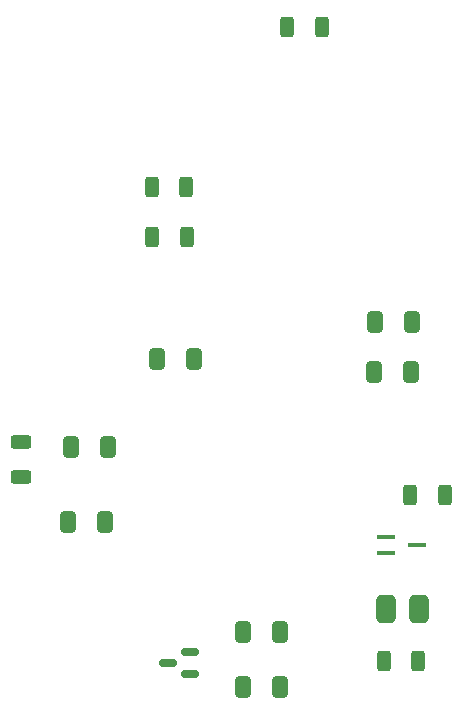
<source format=gbr>
%TF.GenerationSoftware,KiCad,Pcbnew,7.0.8*%
%TF.CreationDate,2023-11-13T12:09:03-08:00*%
%TF.ProjectId,411 PCB Arduino + Board Design,34313120-5043-4422-9041-726475696e6f,rev?*%
%TF.SameCoordinates,Original*%
%TF.FileFunction,Paste,Top*%
%TF.FilePolarity,Positive*%
%FSLAX46Y46*%
G04 Gerber Fmt 4.6, Leading zero omitted, Abs format (unit mm)*
G04 Created by KiCad (PCBNEW 7.0.8) date 2023-11-13 12:09:03*
%MOMM*%
%LPD*%
G01*
G04 APERTURE LIST*
G04 Aperture macros list*
%AMRoundRect*
0 Rectangle with rounded corners*
0 $1 Rounding radius*
0 $2 $3 $4 $5 $6 $7 $8 $9 X,Y pos of 4 corners*
0 Add a 4 corners polygon primitive as box body*
4,1,4,$2,$3,$4,$5,$6,$7,$8,$9,$2,$3,0*
0 Add four circle primitives for the rounded corners*
1,1,$1+$1,$2,$3*
1,1,$1+$1,$4,$5*
1,1,$1+$1,$6,$7*
1,1,$1+$1,$8,$9*
0 Add four rect primitives between the rounded corners*
20,1,$1+$1,$2,$3,$4,$5,0*
20,1,$1+$1,$4,$5,$6,$7,0*
20,1,$1+$1,$6,$7,$8,$9,0*
20,1,$1+$1,$8,$9,$2,$3,0*%
G04 Aperture macros list end*
%ADD10RoundRect,0.250000X-0.312500X-0.625000X0.312500X-0.625000X0.312500X0.625000X-0.312500X0.625000X0*%
%ADD11RoundRect,0.250000X-0.412500X-0.650000X0.412500X-0.650000X0.412500X0.650000X-0.412500X0.650000X0*%
%ADD12R,1.500000X0.450000*%
%ADD13RoundRect,0.412500X-0.412500X-0.792500X0.412500X-0.792500X0.412500X0.792500X-0.412500X0.792500X0*%
%ADD14RoundRect,0.250000X0.312500X0.625000X-0.312500X0.625000X-0.312500X-0.625000X0.312500X-0.625000X0*%
%ADD15RoundRect,0.250000X0.412500X0.650000X-0.412500X0.650000X-0.412500X-0.650000X0.412500X-0.650000X0*%
%ADD16RoundRect,0.150000X0.587500X0.150000X-0.587500X0.150000X-0.587500X-0.150000X0.587500X-0.150000X0*%
%ADD17RoundRect,0.250000X0.625000X-0.312500X0.625000X0.312500X-0.625000X0.312500X-0.625000X-0.312500X0*%
G04 APERTURE END LIST*
D10*
%TO.C,R2*%
X172222700Y-110388400D03*
X175147700Y-110388400D03*
%TD*%
D11*
%TO.C,C3*%
X152983400Y-84785200D03*
X156108400Y-84785200D03*
%TD*%
D10*
%TO.C,R3*%
X174457900Y-96367600D03*
X177382900Y-96367600D03*
%TD*%
D12*
%TO.C,Q1*%
X172406000Y-99934000D03*
X172406000Y-101234000D03*
X175066000Y-100584000D03*
%TD*%
D13*
%TO.C,D1*%
X172383800Y-106019600D03*
X175183800Y-106019600D03*
%TD*%
D11*
%TO.C,C2*%
X145757500Y-92303600D03*
X148882500Y-92303600D03*
%TD*%
D14*
%TO.C,R1*%
X166979600Y-56743600D03*
X164054600Y-56743600D03*
%TD*%
D11*
%TO.C,C6*%
X160298600Y-112623600D03*
X163423600Y-112623600D03*
%TD*%
D15*
%TO.C,C5*%
X174638100Y-81686400D03*
X171513100Y-81686400D03*
%TD*%
D11*
%TO.C,C4*%
X171411500Y-85953600D03*
X174536500Y-85953600D03*
%TD*%
D16*
%TO.C,J5*%
X155849800Y-111490800D03*
X155849800Y-109590800D03*
X153974800Y-110540800D03*
%TD*%
D11*
%TO.C,C7*%
X160298600Y-107950000D03*
X163423600Y-107950000D03*
%TD*%
D14*
%TO.C,R5*%
X155538900Y-74523600D03*
X152613900Y-74523600D03*
%TD*%
D17*
%TO.C,R6*%
X141528800Y-94782100D03*
X141528800Y-91857100D03*
%TD*%
D11*
%TO.C,C1*%
X145452700Y-98653600D03*
X148577700Y-98653600D03*
%TD*%
D14*
%TO.C,R4*%
X155488100Y-70256400D03*
X152563100Y-70256400D03*
%TD*%
M02*

</source>
